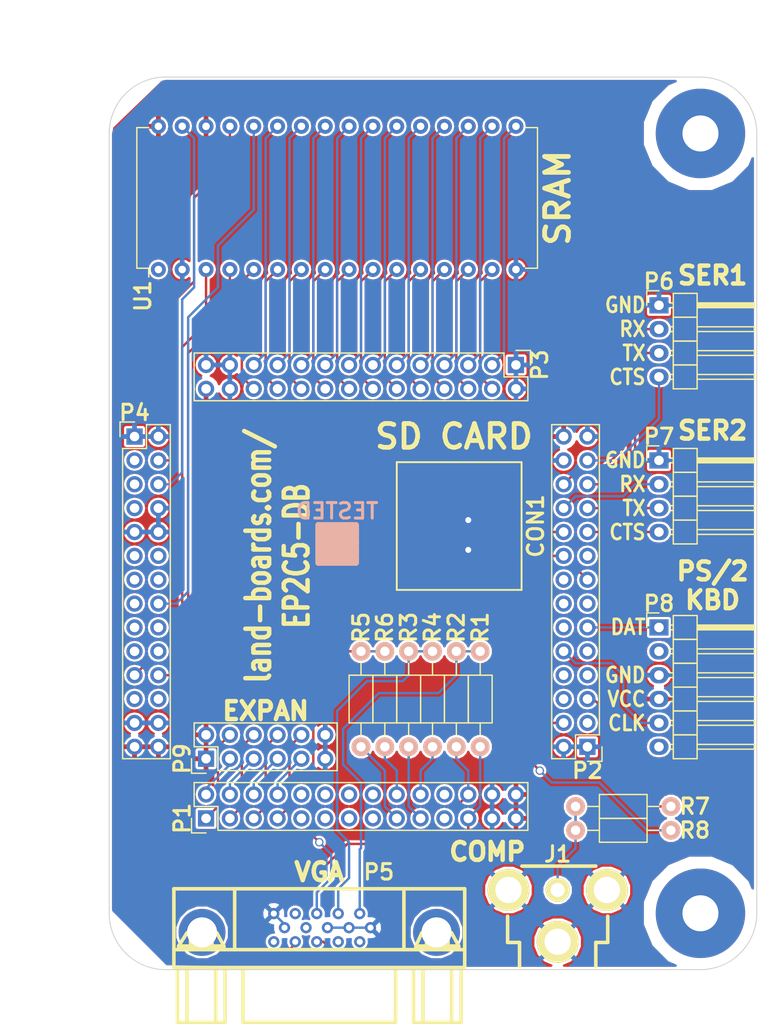
<source format=kicad_pcb>
(kicad_pcb (version 4) (host pcbnew "(after 2015-mar-04 BZR unknown)-product")
  (title_block (title "8-Channel Opto-Isolated Output I2C") (rev X1) (company land-boards.com))
  (layers (0 F.Cu signal) (31 B.Cu signal) (36 B.SilkS user) (37 F.SilkS user) (38 B.Mask user) (39 F.Mask user) (44 Edge.Cuts user))
  (net 0 "")
  (net 1 GND)
  (net 2 VCC)
  (net 3 /P63)
  (net 4 /P64)
  (net 5 /P65)
  (net 6 /P67)
  (net 7 /P71)
  (net 8 /P72)
  (net 9 /P112)
  (net 10 /P113)
  (net 11 /P114)
  (net 12 /P115)
  (net 13 /P118)
  (net 14 /P119)
  (net 15 /P120)
  (net 16 /P121)
  (net 17 /P122)
  (net 18 /P125)
  (net 19 /P126)
  (net 20 /P129)
  (net 21 /P132)
  (net 22 /P133)
  (net 23 /P134)
  (net 24 /P135)
  (net 25 /P136)
  (net 26 /P137)
  (net 27 /P139)
  (net 28 /P141)
  (net 29 /P142)
  (net 30 /P143)
  (net 31 /P8)
  (net 32 /P24)
  (net 33 /P30)
  (net 34 /P28)
  (net 35 /P4)
  (net 36 /P86)
  (net 37 /P87)
  (net 38 /P96)
  (net 39 /P99)
  (net 40 /P100)
  (net 41 /P101)
  (net 42 /P103)
  (net 43 /P104)
  (net 44 "Net-(P5-Pad3)")
  (net 45 "Net-(P5-Pad2)")
  (net 46 "Net-(P5-Pad1)")
  (net 47 "Net-(J1-Pad4)")
  (net 48 /P74)
  (net 49 /P75)
  (net 50 /P97)
  (net 51 /P94)
  (net 52 /P91)
  (net 53 /P40)
  (net 54 /P41)
  (net 55 /P42)
  (net 56 /P43)
  (net 57 /P44)
  (net 58 /P45)
  (net 59 /P47)
  (net 60 /P48)
  (module MTG-6-32 (layer F.Cu) (at 73 16 180)
    (fp_text reference MTG3 hide)
    (fp_text value MTG_HOLE hide)
    (pad 1 thru_hole circle (at 0 0 180) (size 9.525 9.525) (drill 3.8354) (layers *.Cu *.Mask) (clearance 1.27))
  )
  (module MTG-6-32 (layer F.Cu) (at 73 99 180)
    (fp_text reference MTG1 hide)
    (fp_text value MTG_HOLE hide)
    (pad 1 thru_hole circle (at 0 0 180) (size 9.525 9.525) (drill 3.8354) (layers *.Cu *.Mask) (clearance 1.27))
  )
  (module Pin_Headers:Pin_Header_Straight_2x14 (layer F.Cu) (at 20.32 88.9 90)
    (fp_text reference P1 (at 0 -2.54 90) (layer F.SilkS) (effects (font (size 1.651 1.651) (thickness 0.3175))))
    (fp_text value CONN_02X14 hide)
    (pad 1 thru_hole rect (at 0 0 90) (size 1.7272 1.7272) (drill 1.016) (layers *.Cu *.Mask) (net 53 /P40))
    (pad 2 thru_hole oval (at 2.54 0 90) (size 1.7272 1.7272) (drill 1.016) (layers *.Cu *.Mask) (net 54 /P41))
    (pad 3 thru_hole oval (at 0 2.54 90) (size 1.7272 1.7272) (drill 1.016) (layers *.Cu *.Mask) (net 55 /P42))
    (pad 4 thru_hole oval (at 2.54 2.54 90) (size 1.7272 1.7272) (drill 1.016) (layers *.Cu *.Mask) (net 56 /P43))
    (pad 5 thru_hole oval (at 0 5.08 90) (size 1.7272 1.7272) (drill 1.016) (layers *.Cu *.Mask) (net 57 /P44))
    (pad 6 thru_hole oval (at 2.54 5.08 90) (size 1.7272 1.7272) (drill 1.016) (layers *.Cu *.Mask) (net 58 /P45))
    (pad 7 thru_hole oval (at 0 7.62 90) (size 1.7272 1.7272) (drill 1.016) (layers *.Cu *.Mask) (net 59 /P47))
    (pad 8 thru_hole oval (at 2.54 7.62 90) (size 1.7272 1.7272) (drill 1.016) (layers *.Cu *.Mask) (net 60 /P48))
    (pad 9 thru_hole oval (at 0 10.16 90) (size 1.7272 1.7272) (drill 1.016) (layers *.Cu *.Mask))
    (pad 10 thru_hole oval (at 2.54 10.16 90) (size 1.7272 1.7272) (drill 1.016) (layers *.Cu *.Mask))
    (pad 11 thru_hole oval (at 0 12.7 90) (size 1.7272 1.7272) (drill 1.016) (layers *.Cu *.Mask))
    (pad 12 thru_hole oval (at 2.54 12.7 90) (size 1.7272 1.7272) (drill 1.016) (layers *.Cu *.Mask))
    (pad 13 thru_hole oval (at 0 15.24 90) (size 1.7272 1.7272) (drill 1.016) (layers *.Cu *.Mask))
    (pad 14 thru_hole oval (at 2.54 15.24 90) (size 1.7272 1.7272) (drill 1.016) (layers *.Cu *.Mask))
    (pad 15 thru_hole oval (at 0 17.78 90) (size 1.7272 1.7272) (drill 1.016) (layers *.Cu *.Mask))
    (pad 16 thru_hole oval (at 2.54 17.78 90) (size 1.7272 1.7272) (drill 1.016) (layers *.Cu *.Mask))
    (pad 17 thru_hole oval (at 0 20.32 90) (size 1.7272 1.7272) (drill 1.016) (layers *.Cu *.Mask) (net 3 /P63))
    (pad 18 thru_hole oval (at 2.54 20.32 90) (size 1.7272 1.7272) (drill 1.016) (layers *.Cu *.Mask) (net 4 /P64))
    (pad 19 thru_hole oval (at 0 22.86 90) (size 1.7272 1.7272) (drill 1.016) (layers *.Cu *.Mask) (net 5 /P65))
    (pad 20 thru_hole oval (at 2.54 22.86 90) (size 1.7272 1.7272) (drill 1.016) (layers *.Cu *.Mask) (net 6 /P67))
    (pad 21 thru_hole oval (at 0 25.4 90) (size 1.7272 1.7272) (drill 1.016) (layers *.Cu *.Mask))
    (pad 22 thru_hole oval (at 2.54 25.4 90) (size 1.7272 1.7272) (drill 1.016) (layers *.Cu *.Mask))
    (pad 23 thru_hole oval (at 0 27.94 90) (size 1.7272 1.7272) (drill 1.016) (layers *.Cu *.Mask) (net 7 /P71))
    (pad 24 thru_hole oval (at 2.54 27.94 90) (size 1.7272 1.7272) (drill 1.016) (layers *.Cu *.Mask) (net 8 /P72))
    (pad 25 thru_hole oval (at 0 30.48 90) (size 1.7272 1.7272) (drill 1.016) (layers *.Cu *.Mask) (net 1 GND))
    (pad 26 thru_hole oval (at 2.54 30.48 90) (size 1.7272 1.7272) (drill 1.016) (layers *.Cu *.Mask) (net 1 GND))
    (pad 27 thru_hole oval (at 0 33.02 90) (size 1.7272 1.7272) (drill 1.016) (layers *.Cu *.Mask) (net 2 VCC))
    (pad 28 thru_hole oval (at 2.54 33.02 90) (size 1.7272 1.7272) (drill 1.016) (layers *.Cu *.Mask) (net 2 VCC))
  )
  (module Pin_Headers:Pin_Header_Straight_2x14 (layer F.Cu) (at 60.96 81.28 180)
    (fp_text reference P2 (at 0 -2.54 180) (layer F.SilkS) (effects (font (size 1.651 1.651) (thickness 0.3175))))
    (fp_text value CONN_02X14 hide)
    (pad 1 thru_hole rect (at 0 0 180) (size 1.7272 1.7272) (drill 1.016) (layers *.Cu *.Mask) (net 1 GND))
    (pad 2 thru_hole oval (at 2.54 0 180) (size 1.7272 1.7272) (drill 1.016) (layers *.Cu *.Mask) (net 1 GND))
    (pad 3 thru_hole oval (at 0 2.54 180) (size 1.7272 1.7272) (drill 1.016) (layers *.Cu *.Mask))
    (pad 4 thru_hole oval (at 2.54 2.54 180) (size 1.7272 1.7272) (drill 1.016) (layers *.Cu *.Mask) (net 48 /P74))
    (pad 5 thru_hole oval (at 0 5.08 180) (size 1.7272 1.7272) (drill 1.016) (layers *.Cu *.Mask) (net 49 /P75))
    (pad 6 thru_hole oval (at 2.54 5.08 180) (size 1.7272 1.7272) (drill 1.016) (layers *.Cu *.Mask))
    (pad 7 thru_hole oval (at 0 7.62 180) (size 1.7272 1.7272) (drill 1.016) (layers *.Cu *.Mask))
    (pad 8 thru_hole oval (at 2.54 7.62 180) (size 1.7272 1.7272) (drill 1.016) (layers *.Cu *.Mask))
    (pad 9 thru_hole oval (at 0 10.16 180) (size 1.7272 1.7272) (drill 1.016) (layers *.Cu *.Mask))
    (pad 10 thru_hole oval (at 2.54 10.16 180) (size 1.7272 1.7272) (drill 1.016) (layers *.Cu *.Mask) (net 36 /P86))
    (pad 11 thru_hole oval (at 0 12.7 180) (size 1.7272 1.7272) (drill 1.016) (layers *.Cu *.Mask) (net 37 /P87))
    (pad 12 thru_hole oval (at 2.54 12.7 180) (size 1.7272 1.7272) (drill 1.016) (layers *.Cu *.Mask))
    (pad 13 thru_hole oval (at 0 15.24 180) (size 1.7272 1.7272) (drill 1.016) (layers *.Cu *.Mask))
    (pad 14 thru_hole oval (at 2.54 15.24 180) (size 1.7272 1.7272) (drill 1.016) (layers *.Cu *.Mask))
    (pad 15 thru_hole oval (at 0 17.78 180) (size 1.7272 1.7272) (drill 1.016) (layers *.Cu *.Mask) (net 52 /P91))
    (pad 16 thru_hole oval (at 2.54 17.78 180) (size 1.7272 1.7272) (drill 1.016) (layers *.Cu *.Mask))
    (pad 17 thru_hole oval (at 0 20.32 180) (size 1.7272 1.7272) (drill 1.016) (layers *.Cu *.Mask))
    (pad 18 thru_hole oval (at 2.54 20.32 180) (size 1.7272 1.7272) (drill 1.016) (layers *.Cu *.Mask) (net 51 /P94))
    (pad 19 thru_hole oval (at 0 22.86 180) (size 1.7272 1.7272) (drill 1.016) (layers *.Cu *.Mask) (net 38 /P96))
    (pad 20 thru_hole oval (at 2.54 22.86 180) (size 1.7272 1.7272) (drill 1.016) (layers *.Cu *.Mask) (net 50 /P97))
    (pad 21 thru_hole oval (at 0 25.4 180) (size 1.7272 1.7272) (drill 1.016) (layers *.Cu *.Mask) (net 39 /P99))
    (pad 22 thru_hole oval (at 2.54 25.4 180) (size 1.7272 1.7272) (drill 1.016) (layers *.Cu *.Mask) (net 40 /P100))
    (pad 23 thru_hole oval (at 0 27.94 180) (size 1.7272 1.7272) (drill 1.016) (layers *.Cu *.Mask) (net 41 /P101))
    (pad 24 thru_hole oval (at 2.54 27.94 180) (size 1.7272 1.7272) (drill 1.016) (layers *.Cu *.Mask) (net 42 /P103))
    (pad 25 thru_hole oval (at 0 30.48 180) (size 1.7272 1.7272) (drill 1.016) (layers *.Cu *.Mask) (net 43 /P104))
    (pad 26 thru_hole oval (at 2.54 30.48 180) (size 1.7272 1.7272) (drill 1.016) (layers *.Cu *.Mask) (net 1 GND))
    (pad 27 thru_hole oval (at 0 33.02 180) (size 1.7272 1.7272) (drill 1.016) (layers *.Cu *.Mask) (net 1 GND))
    (pad 28 thru_hole oval (at 2.54 33.02 180) (size 1.7272 1.7272) (drill 1.016) (layers *.Cu *.Mask) (net 2 VCC))
  )
  (module Pin_Headers:Pin_Header_Straight_2x14 (layer F.Cu) (at 53.34 40.64 270)
    (fp_text reference P3 (at 0 -2.54 270) (layer F.SilkS) (effects (font (size 1.651 1.651) (thickness 0.3175))))
    (fp_text value CONN_02X14 hide)
    (pad 1 thru_hole rect (at 0 0 270) (size 1.7272 1.7272) (drill 1.016) (layers *.Cu *.Mask) (net 1 GND))
    (pad 2 thru_hole oval (at 2.54 0 270) (size 1.7272 1.7272) (drill 1.016) (layers *.Cu *.Mask) (net 1 GND))
    (pad 3 thru_hole oval (at 0 2.54 270) (size 1.7272 1.7272) (drill 1.016) (layers *.Cu *.Mask) (net 9 /P112))
    (pad 4 thru_hole oval (at 2.54 2.54 270) (size 1.7272 1.7272) (drill 1.016) (layers *.Cu *.Mask) (net 10 /P113))
    (pad 5 thru_hole oval (at 0 5.08 270) (size 1.7272 1.7272) (drill 1.016) (layers *.Cu *.Mask) (net 11 /P114))
    (pad 6 thru_hole oval (at 2.54 5.08 270) (size 1.7272 1.7272) (drill 1.016) (layers *.Cu *.Mask) (net 12 /P115))
    (pad 7 thru_hole oval (at 0 7.62 270) (size 1.7272 1.7272) (drill 1.016) (layers *.Cu *.Mask) (net 13 /P118))
    (pad 8 thru_hole oval (at 2.54 7.62 270) (size 1.7272 1.7272) (drill 1.016) (layers *.Cu *.Mask) (net 14 /P119))
    (pad 9 thru_hole oval (at 0 10.16 270) (size 1.7272 1.7272) (drill 1.016) (layers *.Cu *.Mask) (net 15 /P120))
    (pad 10 thru_hole oval (at 2.54 10.16 270) (size 1.7272 1.7272) (drill 1.016) (layers *.Cu *.Mask) (net 16 /P121))
    (pad 11 thru_hole oval (at 0 12.7 270) (size 1.7272 1.7272) (drill 1.016) (layers *.Cu *.Mask) (net 17 /P122))
    (pad 12 thru_hole oval (at 2.54 12.7 270) (size 1.7272 1.7272) (drill 1.016) (layers *.Cu *.Mask) (net 18 /P125))
    (pad 13 thru_hole oval (at 0 15.24 270) (size 1.7272 1.7272) (drill 1.016) (layers *.Cu *.Mask) (net 19 /P126))
    (pad 14 thru_hole oval (at 2.54 15.24 270) (size 1.7272 1.7272) (drill 1.016) (layers *.Cu *.Mask) (net 20 /P129))
    (pad 15 thru_hole oval (at 0 17.78 270) (size 1.7272 1.7272) (drill 1.016) (layers *.Cu *.Mask) (net 21 /P132))
    (pad 16 thru_hole oval (at 2.54 17.78 270) (size 1.7272 1.7272) (drill 1.016) (layers *.Cu *.Mask) (net 22 /P133))
    (pad 17 thru_hole oval (at 0 20.32 270) (size 1.7272 1.7272) (drill 1.016) (layers *.Cu *.Mask) (net 23 /P134))
    (pad 18 thru_hole oval (at 2.54 20.32 270) (size 1.7272 1.7272) (drill 1.016) (layers *.Cu *.Mask) (net 24 /P135))
    (pad 19 thru_hole oval (at 0 22.86 270) (size 1.7272 1.7272) (drill 1.016) (layers *.Cu *.Mask) (net 25 /P136))
    (pad 20 thru_hole oval (at 2.54 22.86 270) (size 1.7272 1.7272) (drill 1.016) (layers *.Cu *.Mask) (net 26 /P137))
    (pad 21 thru_hole oval (at 0 25.4 270) (size 1.7272 1.7272) (drill 1.016) (layers *.Cu *.Mask) (net 27 /P139))
    (pad 22 thru_hole oval (at 2.54 25.4 270) (size 1.7272 1.7272) (drill 1.016) (layers *.Cu *.Mask) (net 28 /P141))
    (pad 23 thru_hole oval (at 0 27.94 270) (size 1.7272 1.7272) (drill 1.016) (layers *.Cu *.Mask) (net 29 /P142))
    (pad 24 thru_hole oval (at 2.54 27.94 270) (size 1.7272 1.7272) (drill 1.016) (layers *.Cu *.Mask) (net 30 /P143))
    (pad 25 thru_hole oval (at 0 30.48 270) (size 1.7272 1.7272) (drill 1.016) (layers *.Cu *.Mask) (net 1 GND))
    (pad 26 thru_hole oval (at 2.54 30.48 270) (size 1.7272 1.7272) (drill 1.016) (layers *.Cu *.Mask) (net 1 GND))
    (pad 27 thru_hole oval (at 0 33.02 270) (size 1.7272 1.7272) (drill 1.016) (layers *.Cu *.Mask) (net 1 GND))
    (pad 28 thru_hole oval (at 2.54 33.02 270) (size 1.7272 1.7272) (drill 1.016) (layers *.Cu *.Mask) (net 2 VCC))
  )
  (module Pin_Headers:Pin_Header_Straight_2x14 (layer F.Cu) (at 12.7 48.26)
    (fp_text reference P4 (at 0 -2.54) (layer F.SilkS) (effects (font (size 1.651 1.651) (thickness 0.3175))))
    (fp_text value CONN_02X14 hide)
    (pad 1 thru_hole rect (at 0 0) (size 1.7272 1.7272) (drill 1.016) (layers *.Cu *.Mask) (net 1 GND))
    (pad 2 thru_hole oval (at 2.54 0) (size 1.7272 1.7272) (drill 1.016) (layers *.Cu *.Mask) (net 1 GND))
    (pad 3 thru_hole oval (at 0 2.54) (size 1.7272 1.7272) (drill 1.016) (layers *.Cu *.Mask))
    (pad 4 thru_hole oval (at 2.54 2.54) (size 1.7272 1.7272) (drill 1.016) (layers *.Cu *.Mask) (net 35 /P4))
    (pad 5 thru_hole oval (at 0 5.08) (size 1.7272 1.7272) (drill 1.016) (layers *.Cu *.Mask))
    (pad 6 thru_hole oval (at 2.54 5.08) (size 1.7272 1.7272) (drill 1.016) (layers *.Cu *.Mask) (net 31 /P8))
    (pad 7 thru_hole oval (at 0 7.62) (size 1.7272 1.7272) (drill 1.016) (layers *.Cu *.Mask))
    (pad 8 thru_hole oval (at 2.54 7.62) (size 1.7272 1.7272) (drill 1.016) (layers *.Cu *.Mask) (net 1 GND))
    (pad 9 thru_hole oval (at 0 10.16) (size 1.7272 1.7272) (drill 1.016) (layers *.Cu *.Mask) (net 1 GND))
    (pad 10 thru_hole oval (at 2.54 10.16) (size 1.7272 1.7272) (drill 1.016) (layers *.Cu *.Mask) (net 1 GND))
    (pad 11 thru_hole oval (at 0 12.7) (size 1.7272 1.7272) (drill 1.016) (layers *.Cu *.Mask))
    (pad 12 thru_hole oval (at 2.54 12.7) (size 1.7272 1.7272) (drill 1.016) (layers *.Cu *.Mask))
    (pad 13 thru_hole oval (at 0 15.24) (size 1.7272 1.7272) (drill 1.016) (layers *.Cu *.Mask))
    (pad 14 thru_hole oval (at 2.54 15.24) (size 1.7272 1.7272) (drill 1.016) (layers *.Cu *.Mask))
    (pad 15 thru_hole oval (at 0 17.78) (size 1.7272 1.7272) (drill 1.016) (layers *.Cu *.Mask))
    (pad 16 thru_hole oval (at 2.54 17.78) (size 1.7272 1.7272) (drill 1.016) (layers *.Cu *.Mask) (net 32 /P24))
    (pad 17 thru_hole oval (at 0 20.32) (size 1.7272 1.7272) (drill 1.016) (layers *.Cu *.Mask))
    (pad 18 thru_hole oval (at 2.54 20.32) (size 1.7272 1.7272) (drill 1.016) (layers *.Cu *.Mask))
    (pad 19 thru_hole oval (at 0 22.86) (size 1.7272 1.7272) (drill 1.016) (layers *.Cu *.Mask))
    (pad 20 thru_hole oval (at 2.54 22.86) (size 1.7272 1.7272) (drill 1.016) (layers *.Cu *.Mask))
    (pad 21 thru_hole oval (at 0 25.4) (size 1.7272 1.7272) (drill 1.016) (layers *.Cu *.Mask) (net 33 /P30))
    (pad 22 thru_hole oval (at 2.54 25.4) (size 1.7272 1.7272) (drill 1.016) (layers *.Cu *.Mask) (net 34 /P28))
    (pad 23 thru_hole oval (at 0 27.94) (size 1.7272 1.7272) (drill 1.016) (layers *.Cu *.Mask))
    (pad 24 thru_hole oval (at 2.54 27.94) (size 1.7272 1.7272) (drill 1.016) (layers *.Cu *.Mask))
    (pad 25 thru_hole oval (at 0 30.48) (size 1.7272 1.7272) (drill 1.016) (layers *.Cu *.Mask) (net 1 GND))
    (pad 26 thru_hole oval (at 2.54 30.48) (size 1.7272 1.7272) (drill 1.016) (layers *.Cu *.Mask) (net 1 GND))
    (pad 27 thru_hole oval (at 0 33.02) (size 1.7272 1.7272) (drill 1.016) (layers *.Cu *.Mask) (net 2 VCC))
    (pad 28 thru_hole oval (at 2.54 33.02) (size 1.7272 1.7272) (drill 1.016) (layers *.Cu *.Mask) (net 2 VCC))
  )
  (module DougsNewMods:TEST_BLK-REAR (layer F.Cu) (at 34.29 59.69)
    (fp_text reference TESTED (at 0 -3.5) (layer B.SilkS) (effects (font (size 1.651 1.651) (thickness 0.3175)) (justify mirror)))
    (fp_text value TESTED_COUPON hide)
  )
  (module Housings_DIP:DIP-32_W15.24mm (layer F.Cu) (at 15.24 30.48 90)
    (fp_text reference U1 (at -2.8194 -1.651 90) (layer F.SilkS) (effects (font (size 1.651 1.651) (thickness 0.3175))))
    (fp_text value AS6C1008 hide)
    (pad 1 thru_hole oval (at 0 0 90) (size 1.6 1.6) (drill 0.8) (layers *.Cu *.Mask))
    (pad 2 thru_hole oval (at 0 2.54 90) (size 1.6 1.6) (drill 0.8) (layers *.Cu *.Mask) (net 1 GND))
    (pad 3 thru_hole oval (at 0 5.08 90) (size 1.6 1.6) (drill 0.8) (layers *.Cu *.Mask) (net 33 /P30))
    (pad 4 thru_hole oval (at 0 7.62 90) (size 1.6 1.6) (drill 0.8) (layers *.Cu *.Mask) (net 34 /P28))
    (pad 5 thru_hole oval (at 0 10.16 90) (size 1.6 1.6) (drill 0.8) (layers *.Cu *.Mask) (net 30 /P143))
    (pad 6 thru_hole oval (at 0 12.7 90) (size 1.6 1.6) (drill 0.8) (layers *.Cu *.Mask) (net 28 /P141))
    (pad 7 thru_hole oval (at 0 15.24 90) (size 1.6 1.6) (drill 0.8) (layers *.Cu *.Mask) (net 26 /P137))
    (pad 8 thru_hole oval (at 0 17.78 90) (size 1.6 1.6) (drill 0.8) (layers *.Cu *.Mask) (net 24 /P135))
    (pad 9 thru_hole oval (at 0 20.32 90) (size 1.6 1.6) (drill 0.8) (layers *.Cu *.Mask) (net 22 /P133))
    (pad 10 thru_hole oval (at 0 22.86 90) (size 1.6 1.6) (drill 0.8) (layers *.Cu *.Mask) (net 20 /P129))
    (pad 11 thru_hole oval (at 0 25.4 90) (size 1.6 1.6) (drill 0.8) (layers *.Cu *.Mask) (net 18 /P125))
    (pad 12 thru_hole oval (at 0 27.94 90) (size 1.6 1.6) (drill 0.8) (layers *.Cu *.Mask) (net 16 /P121))
    (pad 13 thru_hole oval (at 0 30.48 90) (size 1.6 1.6) (drill 0.8) (layers *.Cu *.Mask) (net 14 /P119))
    (pad 14 thru_hole oval (at 0 33.02 90) (size 1.6 1.6) (drill 0.8) (layers *.Cu *.Mask) (net 12 /P115))
    (pad 15 thru_hole oval (at 0 35.56 90) (size 1.6 1.6) (drill 0.8) (layers *.Cu *.Mask) (net 10 /P113))
    (pad 16 thru_hole oval (at 0 38.1 90) (size 1.6 1.6) (drill 0.8) (layers *.Cu *.Mask) (net 1 GND))
    (pad 17 thru_hole oval (at 15.24 38.1 90) (size 1.6 1.6) (drill 0.8) (layers *.Cu *.Mask) (net 9 /P112))
    (pad 18 thru_hole oval (at 15.24 35.56 90) (size 1.6 1.6) (drill 0.8) (layers *.Cu *.Mask) (net 11 /P114))
    (pad 19 thru_hole oval (at 15.24 33.02 90) (size 1.6 1.6) (drill 0.8) (layers *.Cu *.Mask) (net 13 /P118))
    (pad 20 thru_hole oval (at 15.24 30.48 90) (size 1.6 1.6) (drill 0.8) (layers *.Cu *.Mask) (net 15 /P120))
    (pad 21 thru_hole oval (at 15.24 27.94 90) (size 1.6 1.6) (drill 0.8) (layers *.Cu *.Mask) (net 17 /P122))
    (pad 22 thru_hole oval (at 15.24 25.4 90) (size 1.6 1.6) (drill 0.8) (layers *.Cu *.Mask) (net 19 /P126))
    (pad 23 thru_hole oval (at 15.24 22.86 90) (size 1.6 1.6) (drill 0.8) (layers *.Cu *.Mask) (net 21 /P132))
    (pad 24 thru_hole oval (at 15.24 20.32 90) (size 1.6 1.6) (drill 0.8) (layers *.Cu *.Mask) (net 23 /P134))
    (pad 25 thru_hole oval (at 15.24 17.78 90) (size 1.6 1.6) (drill 0.8) (layers *.Cu *.Mask) (net 25 /P136))
    (pad 26 thru_hole oval (at 15.24 15.24 90) (size 1.6 1.6) (drill 0.8) (layers *.Cu *.Mask) (net 27 /P139))
    (pad 27 thru_hole oval (at 15.24 12.7 90) (size 1.6 1.6) (drill 0.8) (layers *.Cu *.Mask) (net 29 /P142))
    (pad 28 thru_hole oval (at 15.24 10.16 90) (size 1.6 1.6) (drill 0.8) (layers *.Cu *.Mask) (net 32 /P24))
    (pad 29 thru_hole oval (at 15.24 7.62 90) (size 1.6 1.6) (drill 0.8) (layers *.Cu *.Mask) (net 35 /P4))
    (pad 30 thru_hole oval (at 15.24 5.08 90) (size 1.6 1.6) (drill 0.8) (layers *.Cu *.Mask) (net 2 VCC))
    (pad 31 thru_hole oval (at 15.24 2.54 90) (size 1.6 1.6) (drill 0.8) (layers *.Cu *.Mask) (net 31 /P8))
    (pad 32 thru_hole oval (at 15.24 0 90) (size 1.6 1.6) (drill 0.8) (layers *.Cu *.Mask) (net 2 VCC))
  )
  (module Resistors_ThroughHole:Resistor_Horizontal_RM10mm (layer F.Cu) (at 49.53 81.28 90)
    (fp_text reference R1 (at 12.7 0 270) (layer F.SilkS) (effects (font (size 1.651 1.651) (thickness 0.3175))))
    (fp_text value 470 hide)
    (pad 1 thru_hole circle (at 0 0 90) (size 1.99898 1.99898) (drill 1.00076) (layers *.Cu *.SilkS *.Mask) (net 7 /P71))
    (pad 2 thru_hole circle (at 10.16 0 90) (size 1.99898 1.99898) (drill 1.00076) (layers *.Cu *.SilkS *.Mask) (net 46 "Net-(P5-Pad1)"))
  )
  (module Resistors_ThroughHole:Resistor_Horizontal_RM10mm (layer F.Cu) (at 46.99 81.28 90)
    (fp_text reference R2 (at 12.7 0 270) (layer F.SilkS) (effects (font (size 1.651 1.651) (thickness 0.3175))))
    (fp_text value 680 hide)
    (pad 1 thru_hole circle (at 0 0 90) (size 1.99898 1.99898) (drill 1.00076) (layers *.Cu *.SilkS *.Mask) (net 8 /P72))
    (pad 2 thru_hole circle (at 10.16 0 90) (size 1.99898 1.99898) (drill 1.00076) (layers *.Cu *.SilkS *.Mask) (net 46 "Net-(P5-Pad1)"))
  )
  (module Resistors_ThroughHole:Resistor_Horizontal_RM10mm (layer F.Cu) (at 41.91 81.28 90)
    (fp_text reference R3 (at 12.7 0 270) (layer F.SilkS) (effects (font (size 1.651 1.651) (thickness 0.3175))))
    (fp_text value 470 hide)
    (pad 1 thru_hole circle (at 0 0 90) (size 1.99898 1.99898) (drill 1.00076) (layers *.Cu *.SilkS *.Mask) (net 5 /P65))
    (pad 2 thru_hole circle (at 10.16 0 90) (size 1.99898 1.99898) (drill 1.00076) (layers *.Cu *.SilkS *.Mask) (net 45 "Net-(P5-Pad2)"))
  )
  (module Resistors_ThroughHole:Resistor_Horizontal_RM10mm (layer F.Cu) (at 44.45 81.28 90)
    (fp_text reference R4 (at 12.7 0 270) (layer F.SilkS) (effects (font (size 1.651 1.651) (thickness 0.3175))))
    (fp_text value 680 hide)
    (pad 1 thru_hole circle (at 0 0 90) (size 1.99898 1.99898) (drill 1.00076) (layers *.Cu *.SilkS *.Mask) (net 6 /P67))
    (pad 2 thru_hole circle (at 10.16 0 90) (size 1.99898 1.99898) (drill 1.00076) (layers *.Cu *.SilkS *.Mask) (net 45 "Net-(P5-Pad2)"))
  )
  (module Resistors_ThroughHole:Resistor_Horizontal_RM10mm (layer F.Cu) (at 36.83 81.28 90)
    (fp_text reference R5 (at 12.7 0.0127 270) (layer F.SilkS) (effects (font (size 1.651 1.651) (thickness 0.3175))))
    (fp_text value 480 hide)
    (pad 1 thru_hole circle (at 0 0 90) (size 1.99898 1.99898) (drill 1.00076) (layers *.Cu *.SilkS *.Mask) (net 3 /P63))
    (pad 2 thru_hole circle (at 10.16 0 90) (size 1.99898 1.99898) (drill 1.00076) (layers *.Cu *.SilkS *.Mask) (net 44 "Net-(P5-Pad3)"))
  )
  (module Resistors_ThroughHole:Resistor_Horizontal_RM10mm (layer F.Cu) (at 39.37 81.28 90)
    (fp_text reference R6 (at 12.7 -0.0127 270) (layer F.SilkS) (effects (font (size 1.651 1.651) (thickness 0.3175))))
    (fp_text value 680 hide)
    (pad 1 thru_hole circle (at 0 0 90) (size 1.99898 1.99898) (drill 1.00076) (layers *.Cu *.SilkS *.Mask) (net 4 /P64))
    (pad 2 thru_hole circle (at 10.16 0 90) (size 1.99898 1.99898) (drill 1.00076) (layers *.Cu *.SilkS *.Mask) (net 44 "Net-(P5-Pad3)"))
  )
  (module w_conn_pc:DB_15F-VGA (layer F.Cu) (at 32.385 103.505)
    (fp_text reference P5 (at 6.35 -8.89) (layer F.SilkS) (effects (font (size 1.651 1.651) (thickness 0.3175))))
    (fp_text value VGA (at 0 -8.89) (layer F.SilkS) (effects (font (size 1.905 1.905) (thickness 0.47625))))
    (pad "" thru_hole circle (at 12.49426 -2.47142) (size 5.00126 5.00126) (drill 3.2004) (layers *.Cu *.Mask))
    (pad 3 thru_hole circle (at -0.2667 -4.4704) (size 1.19888 1.19888) (drill 0.65024) (layers *.Cu *.Mask) (net 44 "Net-(P5-Pad3)"))
    (pad 2 thru_hole circle (at 2.0193 -4.4704) (size 1.19888 1.19888) (drill 0.65024) (layers *.Cu *.Mask) (net 45 "Net-(P5-Pad2)"))
    (pad 1 thru_hole circle (at 4.31038 -4.4704) (size 1.19888 1.19888) (drill 0.65024) (layers *.Cu *.Mask) (net 46 "Net-(P5-Pad1)"))
    (pad 4 thru_hole circle (at -2.56032 -4.4704) (size 1.19888 1.19888) (drill 0.65024) (layers *.Cu *.Mask))
    (pad 5 thru_hole circle (at -4.84886 -4.4704) (size 1.19888 1.19888) (drill 0.65024) (layers *.Cu *.Mask) (net 1 GND))
    (pad 9 thru_hole circle (at -1.41478 -2.9718) (size 1.19888 1.19888) (drill 0.65024) (layers *.Cu *.Mask))
    (pad 8 thru_hole circle (at 0.87376 -2.9718) (size 1.19888 1.19888) (drill 0.65024) (layers *.Cu *.Mask) (net 1 GND))
    (pad 7 thru_hole circle (at 3.16484 -2.9718) (size 1.19888 1.19888) (drill 0.65024) (layers *.Cu *.Mask) (net 1 GND))
    (pad 6 thru_hole circle (at 5.45592 -2.9718) (size 1.19888 1.19888) (drill 0.65024) (layers *.Cu *.Mask) (net 1 GND))
    (pad "" thru_hole circle (at -12.49426 -2.47142) (size 5.00126 5.00126) (drill 3.2004) (layers *.Cu *.Mask))
    (pad 10 thru_hole circle (at -3.70586 -2.9718) (size 1.19888 1.19888) (drill 0.65024) (layers *.Cu *.Mask) (net 1 GND))
    (pad 11 thru_hole circle (at 4.31038 -1.47066) (size 1.19888 1.19888) (drill 0.65024) (layers *.Cu *.Mask))
    (pad 12 thru_hole circle (at 2.0193 -1.47066) (size 1.19888 1.19888) (drill 0.65024) (layers *.Cu *.Mask))
    (pad 13 thru_hole circle (at -0.26924 -1.4732) (size 1.19888 1.19888) (drill 0.65024) (layers *.Cu *.Mask) (net 7 /P71))
    (pad 14 thru_hole circle (at -2.56032 -1.47066) (size 1.19888 1.19888) (drill 0.65024) (layers *.Cu *.Mask) (net 8 /P72))
    (pad 15 thru_hole circle (at -4.84886 -1.47066) (size 1.19888 1.19888) (drill 0.65024) (layers *.Cu *.Mask))
  )
  (module Pin_Headers:Pin_Header_Angled_1x04 (layer F.Cu) (at 68.58 34.29)
    (fp_text reference P6 (at 0 -2.54) (layer F.SilkS) (effects (font (size 1.651 1.651) (thickness 0.3175))))
    (fp_text value CONN_01X04 hide)
    (pad 1 thru_hole rect (at 0 0) (size 2.032 1.7272) (drill 1.016) (layers *.Cu *.Mask) (net 1 GND))
    (pad 2 thru_hole oval (at 0 2.54) (size 2.032 1.7272) (drill 1.016) (layers *.Cu *.Mask) (net 42 /P103))
    (pad 3 thru_hole oval (at 0 5.08) (size 2.032 1.7272) (drill 1.016) (layers *.Cu *.Mask) (net 41 /P101))
    (pad 4 thru_hole oval (at 0 7.62) (size 2.032 1.7272) (drill 1.016) (layers *.Cu *.Mask) (net 43 /P104))
  )
  (module Pin_Headers:Pin_Header_Angled_1x04 (layer F.Cu) (at 68.58 50.8)
    (fp_text reference P7 (at 0 -2.54) (layer F.SilkS) (effects (font (size 1.651 1.651) (thickness 0.3175))))
    (fp_text value CONN_01X04 hide)
    (pad 1 thru_hole rect (at 0 0) (size 2.032 1.7272) (drill 1.016) (layers *.Cu *.Mask) (net 1 GND))
    (pad 2 thru_hole oval (at 0 2.54) (size 2.032 1.7272) (drill 1.016) (layers *.Cu *.Mask) (net 40 /P100))
    (pad 3 thru_hole oval (at 0 5.08) (size 2.032 1.7272) (drill 1.016) (layers *.Cu *.Mask) (net 39 /P99))
    (pad 4 thru_hole oval (at 0 7.62) (size 2.032 1.7272) (drill 1.016) (layers *.Cu *.Mask) (net 38 /P96))
  )
  (module Pin_Headers:Pin_Header_Angled_1x06 (layer F.Cu) (at 68.58 68.58)
    (fp_text reference P8 (at 0 -2.54) (layer F.SilkS) (effects (font (size 1.651 1.651) (thickness 0.3175))))
    (fp_text value CONN_01X06 hide)
    (pad 1 thru_hole rect (at 0 0) (size 2.032 1.7272) (drill 1.016) (layers *.Cu *.Mask) (net 37 /P87))
    (pad 2 thru_hole oval (at 0 2.54) (size 2.032 1.7272) (drill 1.016) (layers *.Cu *.Mask))
    (pad 3 thru_hole oval (at 0 5.08) (size 2.032 1.7272) (drill 1.016) (layers *.Cu *.Mask) (net 1 GND))
    (pad 4 thru_hole oval (at 0 7.62) (size 2.032 1.7272) (drill 1.016) (layers *.Cu *.Mask) (net 2 VCC))
    (pad 5 thru_hole oval (at 0 10.16) (size 2.032 1.7272) (drill 1.016) (layers *.Cu *.Mask) (net 36 /P86))
    (pad 6 thru_hole oval (at 0 12.7) (size 2.032 1.7272) (drill 1.016) (layers *.Cu *.Mask))
  )
  (module DougsNewMods:RCA (layer F.Cu) (at 57.785 96.52 180)
    (fp_text reference J1 (at 0 3.81 360) (layer F.SilkS) (effects (font (size 1.651 1.651) (thickness 0.3175))))
    (fp_text value RCA-JACK hide)
    (pad 1 thru_hole circle (at 0 -5.5118 180) (size 4.445 4.445) (drill 2.794) (layers *.Cu *.Mask F.SilkS) (net 1 GND))
    (pad 2 thru_hole circle (at -5.2451 0 180) (size 4.445 4.445) (drill 2.794) (layers *.Cu *.Mask F.SilkS) (net 1 GND))
    (pad 3 thru_hole circle (at 5.2451 0 180) (size 4.445 4.445) (drill 2.794) (layers *.Cu *.Mask F.SilkS) (net 1 GND))
    (pad 4 thru_hole circle (at 0 0 180) (size 2.54 2.54) (drill 1.4986) (layers *.Cu *.Mask F.SilkS) (net 47 "Net-(J1-Pad4)"))
  )
  (module Resistors_ThroughHole:Resistor_Horizontal_RM10mm (layer F.Cu) (at 69.85 87.63 180)
    (fp_text reference R7 (at -2.54 0 180) (layer F.SilkS) (effects (font (size 1.651 1.651) (thickness 0.3175))))
    (fp_text value 470 hide)
    (pad 1 thru_hole circle (at 0 0 180) (size 1.99898 1.99898) (drill 1.00076) (layers *.Cu *.SilkS *.Mask) (net 49 /P75))
    (pad 2 thru_hole circle (at 10.16 0 180) (size 1.99898 1.99898) (drill 1.00076) (layers *.Cu *.SilkS *.Mask) (net 47 "Net-(J1-Pad4)"))
  )
  (module Resistors_ThroughHole:Resistor_Horizontal_RM10mm (layer F.Cu) (at 69.85 90.17 180)
    (fp_text reference R8 (at -2.54 0 180) (layer F.SilkS) (effects (font (size 1.651 1.651) (thickness 0.3175))))
    (fp_text value 1K hide)
    (pad 1 thru_hole circle (at 0 0 180) (size 1.99898 1.99898) (drill 1.00076) (layers *.Cu *.SilkS *.Mask) (net 48 /P74))
    (pad 2 thru_hole circle (at 10.16 0 180) (size 1.99898 1.99898) (drill 1.00076) (layers *.Cu *.SilkS *.Mask) (net 47 "Net-(J1-Pad4)"))
  )
  (module DougsNewMods:MICRO_SD_HINGE_AMP (layer F.Cu) (at 40.64 57.785 90)
    (fp_text reference CON1 (at 0 14.8 90) (layer F.SilkS) (effects (font (size 1.651 1.651) (thickness 0.3175))))
    (fp_text value SD_Card hide)
    (pad 1 smd rect (at 3.16992 9.46912 90) (size 0.59944 1.04902) (layers F.Cu F.Mask))
    (pad 2 smd rect (at 2.0701 9.46912 90) (size 0.59944 1.04902) (layers F.Cu F.Mask) (net 50 /P97))
    (pad 3 smd rect (at 0.97028 9.46912 90) (size 0.59944 1.04902) (layers F.Cu F.Mask) (net 1 GND))
    (pad 4 smd rect (at -0.12954 9.46912 90) (size 0.59944 1.04902) (layers F.Cu F.Mask) (net 2 VCC))
    (pad 5 smd rect (at -1.22936 9.46912 90) (size 0.59944 1.04902) (layers F.Cu F.Mask) (net 51 /P94))
    (pad 6 smd rect (at -2.32918 9.46912 90) (size 0.59944 1.04902) (layers F.Cu F.Mask) (net 1 GND))
    (pad 7 smd rect (at -3.429 9.46912 90) (size 0.59944 1.04902) (layers F.Cu F.Mask) (net 52 /P91))
    (pad 8 smd rect (at -4.52882 9.46912 90) (size 0.59944 1.04902) (layers F.Cu F.Mask))
    (pad SHLD smd rect (at 6.72592 11.99896 90) (size 1.04902 1.50114) (layers F.Cu F.Mask))
    (pad SHLD smd rect (at -6.72592 11.99896 90) (size 1.04902 1.50114) (layers F.Cu F.Mask))
    (pad SHLD smd rect (at 6.72592 3.59918 90) (size 1.04902 1.50114) (layers F.Cu F.Mask))
    (pad SHLD smd rect (at -6.72592 3.59918 90) (size 1.04902 1.50114) (layers F.Cu F.Mask))
  )
  (module Pin_Headers:Pin_Header_Straight_2x06 (layer F.Cu) (at 20.32 82.55 90)
    (fp_text reference P9 (at 0 -2.54 90) (layer F.SilkS) (effects (font (size 1.651 1.651) (thickness 0.3175))))
    (fp_text value CONN_02X06 hide)
    (pad 1 thru_hole rect (at 0 0 90) (size 1.7272 1.7272) (drill 1.016) (layers *.Cu *.Mask) (net 2 VCC))
    (pad 2 thru_hole oval (at 2.54 0 90) (size 1.7272 1.7272) (drill 1.016) (layers *.Cu *.Mask) (net 2 VCC))
    (pad 3 thru_hole oval (at 0 2.54 90) (size 1.7272 1.7272) (drill 1.016) (layers *.Cu *.Mask) (net 54 /P41))
    (pad 4 thru_hole oval (at 2.54 2.54 90) (size 1.7272 1.7272) (drill 1.016) (layers *.Cu *.Mask) (net 53 /P40))
    (pad 5 thru_hole oval (at 0 5.08 90) (size 1.7272 1.7272) (drill 1.016) (layers *.Cu *.Mask) (net 56 /P43))
    (pad 6 thru_hole oval (at 2.54 5.08 90) (size 1.7272 1.7272) (drill 1.016) (layers *.Cu *.Mask) (net 55 /P42))
    (pad 7 thru_hole oval (at 0 7.62 90) (size 1.7272 1.7272) (drill 1.016) (layers *.Cu *.Mask) (net 58 /P45))
    (pad 8 thru_hole oval (at 2.54 7.62 90) (size 1.7272 1.7272) (drill 1.016) (layers *.Cu *.Mask) (net 57 /P44))
    (pad 9 thru_hole oval (at 0 10.16 90) (size 1.7272 1.7272) (drill 1.016) (layers *.Cu *.Mask) (net 60 /P48))
    (pad 10 thru_hole oval (at 2.54 10.16 90) (size 1.7272 1.7272) (drill 1.016) (layers *.Cu *.Mask) (net 59 /P47))
    (pad 11 thru_hole oval (at 0 12.7 90) (size 1.7272 1.7272) (drill 1.016) (layers *.Cu *.Mask) (net 1 GND))
    (pad 12 thru_hole oval (at 2.54 12.7 90) (size 1.7272 1.7272) (drill 1.016) (layers *.Cu *.Mask) (net 1 GND))
  )
  (gr_text EXPAN (at 26.67 77.47) (layer F.SilkS) (effects (font (size 1.905 1.905) (thickness 0.47625))))
  (gr_text "DAT\n\nGND\nVCC\nCLK\n " (at 67.31 74.93) (layer F.SilkS) (effects (font (size 1.5875 1.397) (thickness 0.3)) (justify right)))
  (gr_text COMP (at 50.292 92.456) (layer F.SilkS) (effects (font (size 1.905 1.905) (thickness 0.47625))))
  (gr_text "SD CARD" (at 46.736 48.26) (layer F.SilkS) (effects (font (size 2.54 2.54) (thickness 0.508))))
  (gr_text SRAM (at 57.785 22.86 90) (layer F.SilkS) (effects (font (size 2.54 2.54) (thickness 0.508))))
  (gr_text "GND\nRX\nTX\nCTS" (at 67.31 54.61) (layer F.SilkS) (effects (font (size 1.5875 1.397) (thickness 0.3)) (justify right)))
  (gr_text "GND\nRX\nTX\nCTS" (at 67.31 38.1) (layer F.SilkS) (effects (font (size 1.5875 1.397) (thickness 0.3)) (justify right)))
  (gr_line (start 16 105) (end 73 105) (angle 90) (layer Edge.Cuts) (width 0.1))
  (gr_line (start 73 10) (end 16 10) (angle 90) (layer Edge.Cuts) (width 0.1))
  (gr_text "PS/2\nKBD" (at 74.295 64.135) (layer F.SilkS) (effects (font (size 1.905 1.905) (thickness 0.47625))))
  (gr_text SER2 (at 74.295 47.625) (layer F.SilkS) (effects (font (size 1.905 1.905) (thickness 0.47625))))
  (gr_text SER1 (at 74.295 31.115) (layer F.SilkS) (effects (font (size 1.905 1.905) (thickness 0.47625))))
  (gr_line (start 79 99) (end 79 16) (angle 90) (layer Edge.Cuts) (width 0.1))
  (gr_line (start 10 99) (end 10 16) (angle 90) (layer Edge.Cuts) (width 0.1))
  (gr_arc (start 16 99) (end 16 105) (angle 90) (layer Edge.Cuts) (width 0.1))
  (gr_arc (start 73 99) (end 79 99) (angle 90) (layer Edge.Cuts) (width 0.1))
  (gr_arc (start 73 16) (end 73 10) (angle 90) (layer Edge.Cuts) (width 0.1))
  (gr_arc (start 16 16) (end 10 16) (angle 90) (layer Edge.Cuts) (width 0.1))
  (gr_text "land-boards.com/\nEP2C5-DB" (at 27.94 60.96 90) (layer F.SilkS) (effects (font (size 2.54 1.905) (thickness 0.47625))))
  (segment (start 28.67914 100.1776) (end 27.53614 99.0346) (width 0.254) (layer B.Cu) (net 1))
  (segment (start 28.67914 100.5332) (end 28.67914 100.1776) (width 0.254) (layer B.Cu) (net 1))
  (segment (start 35.54984 100.5332) (end 37.84092 100.5332) (width 0.254) (layer B.Cu) (net 1))
  (segment (start 33.25876 100.5332) (end 35.54984 100.5332) (width 0.254) (layer B.Cu) (net 1))
  (segment (start 48.59528 56.81472) (end 48.26 57.15) (width 0.254) (layer F.Cu) (net 1))
  (via (at 48.26 57.15) (size 0.889) (layers F.Cu B.Cu) (net 1))
  (segment (start 50.10912 56.81472) (end 48.59528 56.81472) (width 0.254) (layer F.Cu) (net 1))
  (segment (start 48.47082 60.11418) (end 48.26 60.325) (width 0.254) (layer F.Cu) (net 1))
  (via (at 48.26 60.325) (size 0.889) (layers F.Cu B.Cu) (net 1))
  (segment (start 50.10912 60.11418) (end 48.47082 60.11418) (width 0.254) (layer F.Cu) (net 1))
  (segment (start 36.83 81.28) (end 39.37 83.82) (width 0.254) (layer B.Cu) (net 3))
  (segment (start 39.37 87.63) (end 40.64 88.9) (width 0.254) (layer B.Cu) (net 3))
  (segment (start 39.37 83.82) (end 39.37 87.63) (width 0.254) (layer B.Cu) (net 3))
  (segment (start 36.83 81.28) (end 36.83 81.915) (width 0.254) (layer B.Cu) (net 3))
  (segment (start 39.37 81.28) (end 39.37 82.55) (width 0.254) (layer B.Cu) (net 4))
  (segment (start 40.64 83.82) (end 40.64 86.36) (width 0.254) (layer B.Cu) (net 4))
  (segment (start 39.37 82.55) (end 40.64 83.82) (width 0.254) (layer B.Cu) (net 4))
  (segment (start 41.91 87.63) (end 43.18 88.9) (width 0.254) (layer B.Cu) (net 5))
  (segment (start 41.91 81.28) (end 41.91 87.63) (width 0.254) (layer B.Cu) (net 5))
  (segment (start 44.45 82.55) (end 43.18 83.82) (width 0.254) (layer B.Cu) (net 6))
  (segment (start 43.18 83.82) (end 43.18 86.36) (width 0.254) (layer B.Cu) (net 6))
  (segment (start 44.45 81.28) (end 44.45 82.55) (width 0.254) (layer B.Cu) (net 6))
  (segment (start 32.11576 102.0318) (end 32.8168 102.0318) (width 0.254) (layer F.Cu) (net 7))
  (segment (start 48.26 92.075) (end 48.26 88.9) (width 0.254) (layer F.Cu) (net 7))
  (segment (start 46.99 93.345) (end 48.26 92.075) (width 0.254) (layer F.Cu) (net 7))
  (segment (start 41.275 93.345) (end 46.99 93.345) (width 0.254) (layer F.Cu) (net 7))
  (segment (start 39.37 95.25) (end 41.275 93.345) (width 0.254) (layer F.Cu) (net 7))
  (segment (start 39.37 102.235) (end 39.37 95.25) (width 0.254) (layer F.Cu) (net 7))
  (segment (start 38.1 103.505) (end 39.37 102.235) (width 0.254) (layer F.Cu) (net 7))
  (segment (start 34.29 103.505) (end 38.1 103.505) (width 0.254) (layer F.Cu) (net 7))
  (segment (start 32.8168 102.0318) (end 34.29 103.505) (width 0.254) (layer F.Cu) (net 7))
  (segment (start 46.5963 93.1672) (end 48.26 91.5035) (width 0.254) (layer F.Cu) (net 7))
  (segment (start 48.26 91.5035) (end 48.26 88.9) (width 0.254) (layer F.Cu) (net 7))
  (segment (start 49.53 81.28) (end 49.53 87.63) (width 0.254) (layer B.Cu) (net 7))
  (segment (start 49.53 87.63) (end 48.26 88.9) (width 0.254) (layer B.Cu) (net 7))
  (segment (start 46.5963 93.1672) (end 48.26 91.5035) (width 0.1524) (layer F.Cu) (net 7))
  (segment (start 48.26 91.5035) (end 48.26 88.9) (width 0.1524) (layer F.Cu) (net 7))
  (segment (start 29.82468 102.03434) (end 29.82468 102.25532) (width 0.254) (layer F.Cu) (net 8))
  (segment (start 29.82468 102.25532) (end 28.575 103.505) (width 0.254) (layer F.Cu) (net 8))
  (segment (start 27.305 93.98) (end 33.02 93.98) (width 0.254) (layer F.Cu) (net 8))
  (segment (start 26.035 95.25) (end 27.305 93.98) (width 0.254) (layer F.Cu) (net 8))
  (segment (start 26.035 102.87) (end 26.035 95.25) (width 0.254) (layer F.Cu) (net 8))
  (segment (start 26.67 103.505) (end 26.035 102.87) (width 0.254) (layer F.Cu) (net 8))
  (segment (start 28.575 103.505) (end 26.67 103.505) (width 0.254) (layer F.Cu) (net 8))
  (segment (start 37.465 91.6178) (end 45.8724 91.6178) (width 0.254) (layer F.Cu) (net 8))
  (segment (start 45.8724 91.6178) (end 46.99 90.5002) (width 0.254) (layer F.Cu) (net 8))
  (segment (start 46.99 90.5002) (end 46.99 87.63) (width 0.254) (layer F.Cu) (net 8))
  (segment (start 46.99 87.63) (end 48.26 86.36) (width 0.254) (layer F.Cu) (net 8))
  (segment (start 37.465 91.6178) (end 35.3822 91.6178) (width 0.254) (layer F.Cu) (net 8))
  (segment (start 35.3822 91.6178) (end 33.02 93.98) (width 0.254) (layer F.Cu) (net 8))
  (segment (start 46.99 81.28) (end 46.99 82.55) (width 0.254) (layer B.Cu) (net 8))
  (segment (start 48.26 83.82) (end 48.26 86.36) (width 0.254) (layer B.Cu) (net 8))
  (segment (start 46.99 82.55) (end 48.26 83.82) (width 0.254) (layer B.Cu) (net 8))
  (segment (start 45.8724 91.6178) (end 46.99 90.5002) (width 0.1524) (layer F.Cu) (net 8))
  (segment (start 46.99 90.5002) (end 46.99 87.63) (width 0.1524) (layer F.Cu) (net 8))
  (segment (start 46.99 87.63) (end 48.26 86.36) (width 0.1524) (layer F.Cu) (net 8))
  (segment (start 50.8 40.64) (end 52.07 39.37) (width 0.254) (layer B.Cu) (net 9))
  (segment (start 52.07 16.51) (end 53.34 15.24) (width 0.254) (layer B.Cu) (net 9))
  (segment (start 52.07 39.37) (end 52.07 16.51) (width 0.254) (layer B.Cu) (net 9))
  (segment (start 50.8 43.18) (end 49.53 41.91) (width 0.254) (layer F.Cu) (net 10))
  (segment (start 49.53 31.75) (end 50.8 30.48) (width 0.254) (layer F.Cu) (net 10))
  (segment (start 49.53 41.91) (end 49.53 31.75) (width 0.254) (layer F.Cu) (net 10))
  (segment (start 48.26 40.64) (end 49.53 39.37) (width 0.254) (layer B.Cu) (net 11))
  (segment (start 49.53 16.51) (end 50.8 15.24) (width 0.254) (layer B.Cu) (net 11))
  (segment (start 49.53 39.37) (end 49.53 16.51) (width 0.254) (layer B.Cu) (net 11))
  (segment (start 48.26 43.18) (end 46.99 41.91) (width 0.254) (layer F.Cu) (net 12))
  (segment (start 46.99 31.75) (end 48.26 30.48) (width 0.254) (layer F.Cu) (net 12))
  (segment (start 46.99 41.91) (end 46.99 31.75) (width 0.254) (layer F.Cu) (net 12))
  (segment (start 45.72 40.64) (end 46.99 39.37) (width 0.254) (layer B.Cu) (net 13))
  (segment (start 46.99 16.51) (end 48.26 15.24) (width 0.254) (layer B.Cu) (net 13))
  (segment (start 46.99 39.37) (end 46.99 16.51) (width 0.254) (layer B.Cu) (net 13))
  (segment (start 45.72 43.18) (end 44.45 41.91) (width 0.254) (layer F.Cu) (net 14))
  (segment (start 44.45 31.75) (end 45.72 30.48) (width 0.254) (layer F.Cu) (net 14))
  (segment (start 44.45 41.91) (end 44.45 31.75) (width 0.254) (layer F.Cu) (net 14))
  (segment (start 43.18 40.64) (end 44.45 39.37) (width 0.254) (layer B.Cu) (net 15))
  (segment (start 44.45 16.51) (end 45.72 15.24) (width 0.254) (layer B.Cu) (net 15))
  (segment (start 44.45 39.37) (end 44.45 16.51) (width 0.254) (layer B.Cu) (net 15))
  (segment (start 43.18 43.18) (end 41.91 41.91) (width 0.254) (layer F.Cu) (net 16))
  (segment (start 41.91 31.75) (end 43.18 30.48) (width 0.254) (layer F.Cu) (net 16))
  (segment (start 41.91 41.91) (end 41.91 31.75) (width 0.254) (layer F.Cu) (net 16))
  (segment (start 40.64 40.64) (end 41.91 39.37) (width 0.254) (layer B.Cu) (net 17))
  (segment (start 41.91 16.51) (end 43.18 15.24) (width 0.254) (layer B.Cu) (net 17))
  (segment (start 41.91 39.37) (end 41.91 16.51) (width 0.254) (layer B.Cu) (net 17))
  (segment (start 40.64 43.18) (end 39.37 41.91) (width 0.254) (layer F.Cu) (net 18))
  (segment (start 39.37 31.75) (end 40.64 30.48) (width 0.254) (layer F.Cu) (net 18))
  (segment (start 39.37 41.91) (end 39.37 31.75) (width 0.254) (layer F.Cu) (net 18))
  (segment (start 38.1 40.64) (end 39.37 39.37) (width 0.254) (layer B.Cu) (net 19))
  (segment (start 39.37 16.51) (end 40.64 15.24) (width 0.254) (layer B.Cu) (net 19))
  (segment (start 39.37 39.37) (end 39.37 16.51) (width 0.254) (layer B.Cu) (net 19))
  (segment (start 38.1 43.18) (end 36.83 41.91) (width 0.254) (layer F.Cu) (net 20))
  (segment (start 36.83 31.75) (end 38.1 30.48) (width 0.254) (layer F.Cu) (net 20))
  (segment (start 36.83 41.91) (end 36.83 31.75) (width 0.254) (layer F.Cu) (net 20))
  (segment (start 35.56 40.64) (end 36.83 39.37) (width 0.254) (layer B.Cu) (net 21))
  (segment (start 36.83 16.51) (end 38.1 15.24) (width 0.254) (layer B.Cu) (net 21))
  (segment (start 36.83 39.37) (end 36.83 16.51) (width 0.254) (layer B.Cu) (net 21))
  (segment (start 35.56 43.18) (end 34.29 41.91) (width 0.254) (layer F.Cu) (net 22))
  (segment (start 34.29 31.75) (end 35.56 30.48) (width 0.254) (layer F.Cu) (net 22))
  (segment (start 34.29 41.91) (end 34.29 31.75) (width 0.254) (layer F.Cu) (net 22))
  (segment (start 33.02 40.64) (end 34.29 39.37) (width 0.254) (layer B.Cu) (net 23))
  (segment (start 34.29 16.51) (end 35.56 15.24) (width 0.254) (layer B.Cu) (net 23))
  (segment (start 34.29 39.37) (end 34.29 16.51) (width 0.254) (layer B.Cu) (net 23))
  (segment (start 33.02 43.18) (end 31.75 41.91) (width 0.254) (layer F.Cu) (net 24))
  (segment (start 31.75 31.75) (end 33.02 30.48) (width 0.254) (layer F.Cu) (net 24))
  (segment (start 31.75 41.91) (end 31.75 31.75) (width 0.254) (layer F.Cu) (net 24))
  (segment (start 30.48 40.64) (end 31.75 39.37) (width 0.254) (layer B.Cu) (net 25))
  (segment (start 31.75 16.51) (end 33.02 15.24) (width 0.254) (layer B.Cu) (net 25))
  (segment (start 31.75 39.37) (end 31.75 16.51) (width 0.254) (layer B.Cu) (net 25))
  (segment (start 30.48 43.18) (end 29.21 41.91) (width 0.254) (layer F.Cu) (net 26))
  (segment (start 29.21 31.75) (end 30.48 30.48) (width 0.254) (layer F.Cu) (net 26))
  (segment (start 29.21 41.91) (end 29.21 31.75) (width 0.254) (layer F.Cu) (net 26))
  (segment (start 27.94 40.64) (end 29.21 39.37) (width 0.254) (layer B.Cu) (net 27))
  (segment (start 29.21 16.51) (end 30.48 15.24) (width 0.254) (layer B.Cu) (net 27))
  (segment (start 29.21 39.37) (end 29.21 16.51) (width 0.254) (layer B.Cu) (net 27))
  (segment (start 27.94 43.18) (end 26.67 41.91) (width 0.254) (layer F.Cu) (net 28))
  (segment (start 26.67 31.75) (end 27.94 30.48) (width 0.254) (layer F.Cu) (net 28))
  (segment (start 26.67 41.91) (end 26.67 31.75) (width 0.254) (layer F.Cu) (net 28))
  (segment (start 25.4 40.64) (end 26.67 39.37) (width 0.254) (layer B.Cu) (net 29))
  (segment (start 26.67 16.51) (end 27.94 15.24) (width 0.254) (layer B.Cu) (net 29))
  (segment (start 26.67 39.37) (end 26.67 16.51) (width 0.254) (layer B.Cu) (net 29))
  (segment (start 25.4 43.18) (end 24.13 41.91) (width 0.254) (layer F.Cu) (net 30))
  (segment (start 24.13 31.75) (end 25.4 30.48) (width 0.254) (layer F.Cu) (net 30))
  (segment (start 24.13 41.91) (end 24.13 31.75) (width 0.254) (layer F.Cu) (net 30))
  (segment (start 15.24 53.34) (end 16.51 53.34) (width 0.254) (layer B.Cu) (net 31))
  (segment (start 19.05 16.51) (end 17.78 15.24) (width 0.254) (layer B.Cu) (net 31))
  (segment (start 19.05 32.385) (end 19.05 16.51) (width 0.254) (layer B.Cu) (net 31))
  (segment (start 17.78 33.655) (end 19.05 32.385) (width 0.254) (layer B.Cu) (net 31))
  (segment (start 17.78 52.07) (end 17.78 33.655) (width 0.254) (layer B.Cu) (net 31))
  (segment (start 16.51 53.34) (end 17.78 52.07) (width 0.254) (layer B.Cu) (net 31))
  (segment (start 15.24 66.04) (end 17.145 66.04) (width 0.254) (layer B.Cu) (net 32))
  (segment (start 25.4 24.13) (end 25.4 15.24) (width 0.254) (layer B.Cu) (net 32))
  (segment (start 21.59 27.94) (end 25.4 24.13) (width 0.254) (layer B.Cu) (net 32))
  (segment (start 21.59 32.385) (end 21.59 27.94) (width 0.254) (layer B.Cu) (net 32))
  (segment (start 18.415 35.56) (end 21.59 32.385) (width 0.254) (layer B.Cu) (net 32))
  (segment (start 18.415 64.77) (end 18.415 35.56) (width 0.254) (layer B.Cu) (net 32))
  (segment (start 17.145 66.04) (end 18.415 64.77) (width 0.254) (layer B.Cu) (net 32))
  (segment (start 12.7 73.66) (end 13.97 72.39) (width 0.254) (layer F.Cu) (net 33))
  (segment (start 13.97 72.39) (end 16.51 72.39) (width 0.254) (layer F.Cu) (net 33))
  (segment (start 17.78 71.12) (end 17.78 68.58) (width 0.254) (layer F.Cu) (net 33))
  (segment (start 16.51 72.39) (end 17.78 71.12) (width 0.254) (layer F.Cu) (net 33))
  (segment (start 20.32 30.48) (end 20.32 36.195) (width 0.254) (layer F.Cu) (net 33))
  (segment (start 17.78 38.735) (end 17.78 68.58) (width 0.254) (layer F.Cu) (net 33))
  (segment (start 20.32 36.195) (end 17.78 38.735) (width 0.254) (layer F.Cu) (net 33))
  (segment (start 15.24 73.66) (end 17.78 73.66) (width 0.254) (layer F.Cu) (net 34))
  (segment (start 18.415 73.025) (end 18.415 71.12) (width 0.254) (layer F.Cu) (net 34))
  (segment (start 17.78 73.66) (end 18.415 73.025) (width 0.254) (layer F.Cu) (net 34))
  (segment (start 15.24 73.66) (end 15.875 73.66) (width 0.254) (layer F.Cu) (net 34))
  (segment (start 18.415 71.12) (end 18.415 39.37) (width 0.254) (layer F.Cu) (net 34))
  (segment (start 22.86 34.925) (end 22.86 30.48) (width 0.254) (layer F.Cu) (net 34))
  (segment (start 18.415 39.37) (end 22.86 34.925) (width 0.254) (layer F.Cu) (net 34))
  (segment (start 15.24 50.8) (end 16.51 50.8) (width 0.254) (layer F.Cu) (net 35))
  (segment (start 22.86 19.05) (end 22.86 15.24) (width 0.254) (layer F.Cu) (net 35))
  (segment (start 19.05 22.86) (end 22.86 19.05) (width 0.254) (layer F.Cu) (net 35))
  (segment (start 19.05 31.75) (end 19.05 22.86) (width 0.254) (layer F.Cu) (net 35))
  (segment (start 17.145 33.655) (end 19.05 31.75) (width 0.254) (layer F.Cu) (net 35))
  (segment (start 17.145 50.165) (end 17.145 33.655) (width 0.254) (layer F.Cu) (net 35))
  (segment (start 16.51 50.8) (end 17.145 50.165) (width 0.254) (layer F.Cu) (net 35))
  (segment (start 59.69 72.39) (end 63.5 72.39) (width 0.254) (layer B.Cu) (net 36))
  (segment (start 63.5 72.39) (end 64.77 73.66) (width 0.254) (layer B.Cu) (net 36))
  (segment (start 64.77 73.66) (end 64.77 76.835) (width 0.254) (layer B.Cu) (net 36))
  (segment (start 64.77 76.835) (end 66.675 78.74) (width 0.254) (layer B.Cu) (net 36))
  (segment (start 66.675 78.74) (end 68.58 78.74) (width 0.254) (layer B.Cu) (net 36))
  (segment (start 58.42 71.12) (end 59.69 72.39) (width 0.254) (layer B.Cu) (net 36))
  (segment (start 60.96 68.58) (end 68.58 68.58) (width 0.254) (layer B.Cu) (net 37))
  (segment (start 60.96 58.42) (end 68.58 58.42) (width 0.254) (layer F.Cu) (net 38))
  (segment (start 60.96 58.42) (end 61.595 58.42) (width 0.254) (layer F.Cu) (net 38))
  (segment (start 60.96 55.88) (end 68.58 55.88) (width 0.254) (layer F.Cu) (net 39))
  (segment (start 58.42 55.88) (end 59.69 54.61) (width 0.254) (layer B.Cu) (net 40))
  (segment (start 66.04 53.34) (end 68.58 53.34) (width 0.254) (layer B.Cu) (net 40))
  (segment (start 64.77 54.61) (end 66.04 53.34) (width 0.254) (layer B.Cu) (net 40))
  (segment (start 59.69 54.61) (end 64.77 54.61) (width 0.254) (layer B.Cu) (net 40))
  (segment (start 60.96 53.34) (end 62.865 53.34) (width 0.254) (layer F.Cu) (net 41))
  (segment (start 66.675 39.37) (end 68.58 39.37) (width 0.254) (layer F.Cu) (net 41))
  (segment (start 66.04 40.005) (end 66.675 39.37) (width 0.254) (layer F.Cu) (net 41))
  (segment (start 66.04 50.165) (end 66.04 40.005) (width 0.254) (layer F.Cu) (net 41))
  (segment (start 62.865 53.34) (end 66.04 50.165) (width 0.254) (layer F.Cu) (net 41))
  (segment (start 59.69 52.07) (end 62.23 52.07) (width 0.254) (layer F.Cu) (net 42))
  (segment (start 62.23 52.07) (end 64.77 49.53) (width 0.254) (layer F.Cu) (net 42))
  (segment (start 64.77 49.53) (end 64.77 38.735) (width 0.254) (layer F.Cu) (net 42))
  (segment (start 64.77 38.735) (end 66.675 36.83) (width 0.254) (layer F.Cu) (net 42))
  (segment (start 66.675 36.83) (end 68.58 36.83) (width 0.254) (layer F.Cu) (net 42))
  (segment (start 62.23 52.07) (end 64.77 49.53) (width 0.254) (layer F.Cu) (net 42))
  (segment (start 58.42 53.34) (end 59.69 52.07) (width 0.254) (layer F.Cu) (net 42))
  (segment (start 60.96 50.8) (end 64.135 50.8) (width 0.254) (layer B.Cu) (net 43))
  (segment (start 68.58 46.355) (end 68.58 41.91) (width 0.254) (layer B.Cu) (net 43))
  (segment (start 64.135 50.8) (end 68.58 46.355) (width 0.254) (layer B.Cu) (net 43))
  (segment (start 36.83 71.12) (end 34.925 71.12) (width 0.254) (layer F.Cu) (net 44))
  (via (at 32.385 91.44) (size 0.889) (layers F.Cu B.Cu) (net 44))
  (segment (start 31.75 90.805) (end 32.385 91.44) (width 0.254) (layer F.Cu) (net 44))
  (segment (start 31.75 74.295) (end 31.75 90.805) (width 0.254) (layer F.Cu) (net 44))
  (segment (start 34.925 71.12) (end 31.75 74.295) (width 0.254) (layer F.Cu) (net 44))
  (segment (start 32.1183 99.0346) (end 32.1183 96.7867) (width 0.254) (layer B.Cu) (net 44))
  (segment (start 32.1183 96.7867) (end 33.655 95.25) (width 0.254) (layer B.Cu) (net 44))
  (segment (start 33.655 95.25) (end 33.655 92.71) (width 0.254) (layer B.Cu) (net 44))
  (segment (start 33.655 92.71) (end 32.385 91.44) (width 0.254) (layer B.Cu) (net 44))
  (segment (start 36.83 71.12) (end 39.37 71.12) (width 0.254) (layer B.Cu) (net 44))
  (segment (start 34.4043 97.155) (end 34.4043 96.4057) (width 0.254) (layer B.Cu) (net 45))
  (segment (start 35.56 91.44) (end 34.29 90.17) (width 0.254) (layer B.Cu) (net 45))
  (segment (start 35.56 95.25) (end 35.56 91.44) (width 0.254) (layer B.Cu) (net 45))
  (segment (start 34.4043 96.4057) (end 35.56 95.25) (width 0.254) (layer B.Cu) (net 45))
  (segment (start 41.91 71.12) (end 44.45 71.12) (width 0.254) (layer B.Cu) (net 45))
  (segment (start 34.29 90.17) (end 34.29 77.47) (width 0.254) (layer B.Cu) (net 45))
  (segment (start 34.29 77.47) (end 37.465 74.295) (width 0.254) (layer B.Cu) (net 45))
  (segment (start 37.465 74.295) (end 41.275 74.295) (width 0.254) (layer B.Cu) (net 45))
  (segment (start 41.275 74.295) (end 41.91 73.66) (width 0.254) (layer B.Cu) (net 45))
  (segment (start 41.91 73.66) (end 41.91 71.12) (width 0.254) (layer B.Cu) (net 45))
  (segment (start 34.4043 99.0346) (end 34.4043 97.155) (width 0.254) (layer B.Cu) (net 45))
  (segment (start 46.99 71.12) (end 49.53 71.12) (width 0.254) (layer B.Cu) (net 46))
  (segment (start 36.69538 92.20962) (end 36.83 92.075) (width 0.254) (layer B.Cu) (net 46))
  (segment (start 36.83 92.075) (end 36.83 85.09) (width 0.254) (layer B.Cu) (net 46))
  (segment (start 36.83 85.09) (end 34.925 83.185) (width 0.254) (layer B.Cu) (net 46))
  (segment (start 34.925 83.185) (end 34.925 79.375) (width 0.254) (layer B.Cu) (net 46))
  (segment (start 34.925 79.375) (end 38.735 75.565) (width 0.254) (layer B.Cu) (net 46))
  (segment (start 38.735 75.565) (end 45.085 75.565) (width 0.254) (layer B.Cu) (net 46))
  (segment (start 45.085 75.565) (end 46.99 73.66) (width 0.254) (layer B.Cu) (net 46))
  (segment (start 46.99 73.66) (end 46.99 71.12) (width 0.254) (layer B.Cu) (net 46))
  (segment (start 36.69538 99.0346) (end 36.69538 92.20962) (width 0.254) (layer B.Cu) (net 46))
  (segment (start 57.785 93.98) (end 59.69 92.075) (width 0.254) (layer B.Cu) (net 47))
  (segment (start 59.69 92.075) (end 59.69 87.63) (width 0.254) (layer B.Cu) (net 47))
  (segment (start 57.785 96.52) (end 57.785 93.98) (width 0.254) (layer B.Cu) (net 47))
  (segment (start 59.69 87.63) (end 59.69 90.17) (width 0.254) (layer B.Cu) (net 47))
  (segment (start 67.31 90.17) (end 62.23 85.09) (width 0.254) (layer B.Cu) (net 48))
  (segment (start 62.23 85.09) (end 57.15 85.09) (width 0.254) (layer B.Cu) (net 48))
  (segment (start 57.15 85.09) (end 55.88 83.82) (width 0.254) (layer B.Cu) (net 48))
  (via (at 55.88 83.82) (size 0.889) (layers F.Cu B.Cu) (net 48))
  (segment (start 55.88 83.82) (end 54.61 82.55) (width 0.254) (layer F.Cu) (net 48))
  (segment (start 54.61 82.55) (end 54.61 79.375) (width 0.254) (layer F.Cu) (net 48))
  (segment (start 54.61 79.375) (end 55.245 78.74) (width 0.254) (layer F.Cu) (net 48))
  (segment (start 55.245 78.74) (end 58.42 78.74) (width 0.254) (layer F.Cu) (net 48))
  (segment (start 69.85 90.17) (end 67.31 90.17) (width 0.254) (layer B.Cu) (net 48))
  (segment (start 67.31 87.63) (end 69.85 87.63) (width 0.254) (layer F.Cu) (net 49))
  (segment (start 66.675 86.995) (end 67.31 87.63) (width 0.254) (layer F.Cu) (net 49))
  (segment (start 66.675 81.28) (end 66.675 86.995) (width 0.254) (layer F.Cu) (net 49))
  (segment (start 61.595 76.2) (end 66.675 81.28) (width 0.254) (layer F.Cu) (net 49))
  (segment (start 60.96 76.2) (end 61.595 76.2) (width 0.254) (layer F.Cu) (net 49))
  (segment (start 52.5399 55.7149) (end 55.245 58.42) (width 0.254) (layer F.Cu) (net 50))
  (segment (start 55.245 58.42) (end 58.42 58.42) (width 0.254) (layer F.Cu) (net 50))
  (segment (start 50.10912 55.7149) (end 52.5399 55.7149) (width 0.254) (layer F.Cu) (net 50))
  (segment (start 53.29936 59.01436) (end 55.245 60.96) (width 0.254) (layer F.Cu) (net 51))
  (segment (start 55.245 60.96) (end 58.42 60.96) (width 0.254) (layer F.Cu) (net 51))
  (segment (start 50.10912 59.01436) (end 53.29936 59.01436) (width 0.254) (layer F.Cu) (net 51))
  (segment (start 53.594 61.214) (end 54.61 62.23) (width 0.254) (layer F.Cu) (net 52))
  (segment (start 54.61 62.23) (end 59.69 62.23) (width 0.254) (layer F.Cu) (net 52))
  (segment (start 59.69 62.23) (end 60.96 63.5) (width 0.254) (layer F.Cu) (net 52))
  (segment (start 50.10912 61.214) (end 53.594 61.214) (width 0.254) (layer F.Cu) (net 52))
  (segment (start 20.32 88.9) (end 21.59 87.63) (width 0.254) (layer F.Cu) (net 53))
  (segment (start 21.59 81.28) (end 22.86 80.01) (width 0.254) (layer F.Cu) (net 53))
  (segment (start 21.59 87.63) (end 21.59 81.28) (width 0.254) (layer F.Cu) (net 53))
  (segment (start 20.32 86.36) (end 20.32 85.725) (width 0.254) (layer B.Cu) (net 54))
  (segment (start 20.32 85.725) (end 22.86 83.185) (width 0.254) (layer B.Cu) (net 54))
  (segment (start 22.86 83.185) (end 22.86 82.55) (width 0.254) (layer B.Cu) (net 54))
  (segment (start 22.86 88.9) (end 24.13 87.63) (width 0.254) (layer F.Cu) (net 55))
  (segment (start 24.13 81.28) (end 25.4 80.01) (width 0.254) (layer F.Cu) (net 55))
  (segment (start 24.13 87.63) (end 24.13 81.28) (width 0.254) (layer F.Cu) (net 55))
  (segment (start 22.86 86.36) (end 22.86 85.09) (width 0.254) (layer B.Cu) (net 56))
  (segment (start 22.86 85.09) (end 25.4 82.55) (width 0.254) (layer B.Cu) (net 56))
  (segment (start 25.4 88.9) (end 26.67 87.63) (width 0.254) (layer F.Cu) (net 57))
  (segment (start 26.67 81.28) (end 27.94 80.01) (width 0.254) (layer F.Cu) (net 57))
  (segment (start 26.67 87.63) (end 26.67 81.28) (width 0.254) (layer F.Cu) (net 57))
  (segment (start 25.4 86.36) (end 25.4 85.09) (width 0.254) (layer B.Cu) (net 58))
  (segment (start 25.4 85.09) (end 27.94 82.55) (width 0.254) (layer B.Cu) (net 58))
  (segment (start 27.94 88.9) (end 29.21 87.63) (width 0.254) (layer F.Cu) (net 59))
  (segment (start 29.21 81.28) (end 30.48 80.01) (width 0.254) (layer F.Cu) (net 59))
  (segment (start 29.21 87.63) (end 29.21 81.28) (width 0.254) (layer F.Cu) (net 59))
  (segment (start 27.94 86.36) (end 27.94 85.09) (width 0.254) (layer B.Cu) (net 60))
  (segment (start 27.94 85.09) (end 30.48 82.55) (width 0.254) (layer B.Cu) (net 60))
  (segment (start 27.94 86.36) (end 27.94 85.725) (width 0.254) (layer B.Cu) (net 60))
  (segment (start 30.48 83.185) (end 30.48 82.55) (width 0.254) (layer B.Cu) (net 60))
  (zone (net 2) (net_name VCC) (layer F.Cu) (connect_pads (clearance 0.254)) (min_thickness 0.254) (fill yes (arc_segments 16) (thermal_gap 0.508) (thermal_bridge_width 0.508))
    (polygon (pts (xy 16 10) (xy 73 10) (xy 79 16) (xy 79 99) (xy 73 105) (xy 16.254 104.54) (xy 10.254 98.54) (xy 10.254 15.54)))
  )
  (zone (net 1) (net_name GND) (layer B.Cu) (connect_pads (clearance 0.254)) (min_thickness 0.254) (fill yes (arc_segments 16) (thermal_gap 0.508) (thermal_bridge_width 0.508))
    (polygon (pts (xy 79 16) (xy 73 10) (xy 16 10) (xy 10.216 15.81) (xy 10.254 98.694) (xy 16.096 104.536) (xy 73 105) (xy 79 99)))
  )
)
</source>
